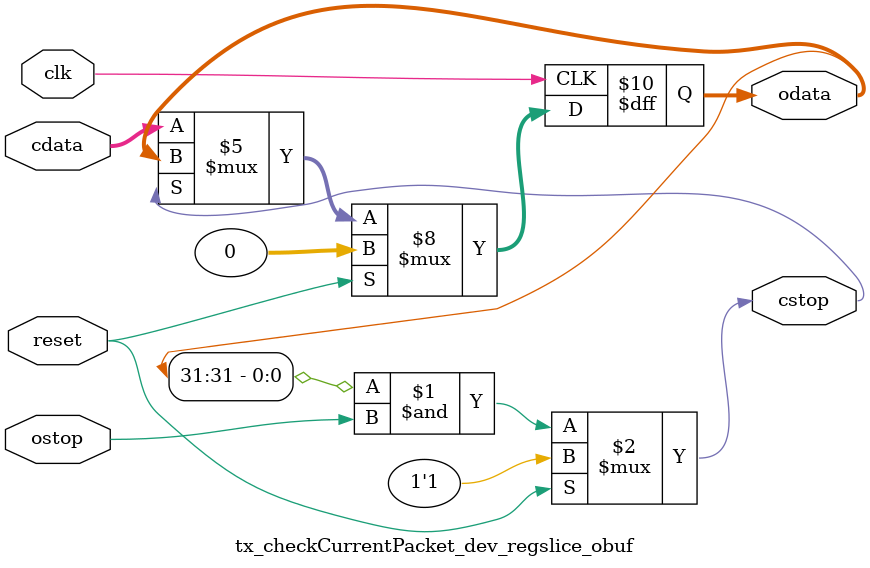
<source format=v>

`timescale 1ns/1ps

module tx_checkCurrentPacket_dev_regslice_forward
#(parameter 
    DataWidth=32
)(
    input ap_clk ,
    input ap_rst,

    input [DataWidth-1:0] data_in , 
    input vld_in , 
    output ack_in ,
    output [DataWidth-1:0] data_out, 
    output vld_out,
    input ack_out,
    output apdone_blk
);
 
localparam W = DataWidth+1;

wire [W-1:0] cdata;
wire cstop;
wire [W-1:0] idata;
wire istop;
wire [W-1:0] odata;
wire ostop;

tx_checkCurrentPacket_dev_regslice_obuf #(
  .W(W)
)
regslice_obuf_inst(
  .clk(ap_clk),
  .reset(ap_rst),
  .cdata(idata),
  .cstop(istop),
  .odata(odata),
  .ostop(ostop)
);

assign idata = {vld_in, data_in};
assign ack_in = ~istop;

assign vld_out = odata[W-1];
assign data_out = odata[W-2:0];
assign ostop = ~ack_out;

assign apdone_blk = ((ap_rst == 1'b0)&(1'b0 == ack_out)&(1'b1 == vld_out));

endmodule //forward

module tx_checkCurrentPacket_dev_regslice_forward_w1
#(parameter 
    DataWidth=1
)(
    input ap_clk ,
    input ap_rst,

    input data_in , 
    input vld_in , 
    output ack_in ,
    output data_out, 
    output vld_out,
    input ack_out,
    output apdone_blk
);
 
localparam W = 2;

wire [W-1:0] cdata;
wire cstop;
wire [W-1:0] idata;
wire istop;
wire [W-1:0] odata;
wire ostop;

tx_checkCurrentPacket_dev_regslice_obuf #(
  .W(W)
)
regslice_obuf_inst(
  .clk(ap_clk),
  .reset(ap_rst),
  .cdata(idata),
  .cstop(istop),
  .odata(odata),
  .ostop(ostop)
);

assign idata = {vld_in, data_in};
assign ack_in = ~istop;

assign vld_out = odata[W-1];
assign data_out = odata[W-2:0];
assign ostop = ~ack_out;

assign apdone_blk = ((ap_rst == 1'b0)&(1'b0 == ack_out)&(1'b1 == vld_out));

endmodule //forward


module tx_checkCurrentPacket_dev_regslice_obuf
#(
    parameter W=32
)(
    input clk ,
    input reset,
    input [W-1:0] cdata ,
    output cstop ,
    output reg [W-1:0] odata,
    input ostop 
);

// Stop the core when buffer full and output not ready
assign cstop = reset? 1'b1 : (odata[W-1] & ostop);
 
always @(posedge clk)
    if(reset)
        odata <= {1'b0, {{W-1}{1'b0}}};
    else
        if (!cstop) begin// Can we accept more data?
            odata <= cdata; // Yes: load the buffer
        end

endmodule

    

</source>
